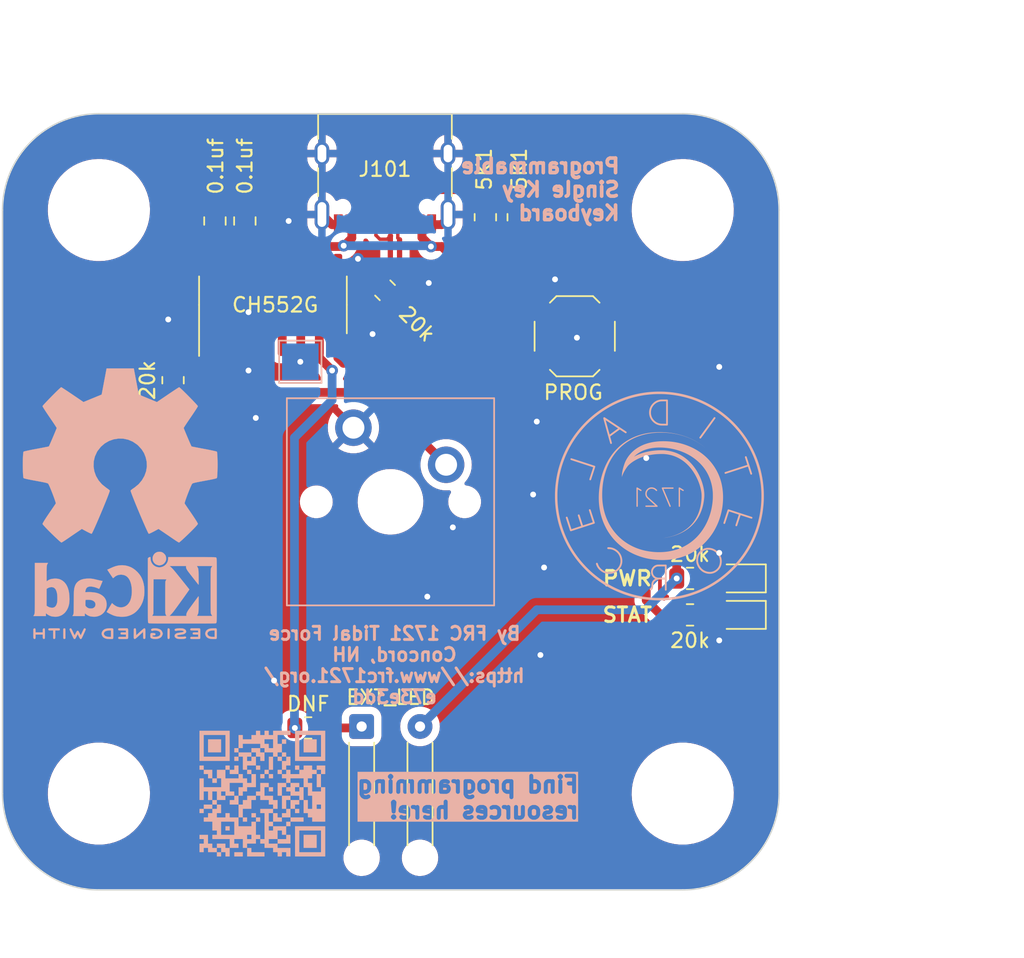
<source format=kicad_pcb>
(kicad_pcb (version 20221018) (generator pcbnew)
  (layers (0 "F.Cu" signal) (31 "B.Cu" signal) (34 "B.Paste" user) (35 "F.Paste" user) (36 "B.SilkS" user "B.Silkscreen") (37 "F.SilkS" user "F.Silkscreen") (38 "B.Mask" user) (39 "F.Mask" user) (44 "Edge.Cuts" user))
  (property "FULL_REVISION" "e73e3dd")
  (property "ISSUE" "2023-05-17")
  (property "REVISION" "e73e3dd")
  (net 0 "")
  (net 1 "GND")
  (net 2 "+5V")
  (net 3 "/USB-")
  (net 4 "/USB+")
  (net 5 "+3V3")
  (net 6 "Net-(D103-A)")
  (net 7 "Net-(D104-A)")
  (net 8 "Net-(J101-CC1)")
  (net 10 "Net-(J101-CC2)")
  (net 12 "Net-(R104-Pad1)")
  (net 13 "/STAT")
  (net 14 "/EXT")
  (net 16 "/RST")
  (net 22 "/SW_SENSE")
  (net 24 "Net-(J103-Pin_1)")
  (footprint "Resistor_SMD:R_0805_2012Metric" (layer "F.Cu") (at 192.5 95.25 180)
    (fp_text reference "R103" hide)
    (fp_text value "20k" (at 0 1.65) (layer "F.SilkS"))
    (pad "1" smd roundrect (at -0.9125 0 180) (size 1.025 1.4) (layers "F.Cu" "F.Paste" "F.Mask") (roundrect_rratio 0.243902) (net 7 "Net-(D104-A)"))
    (pad "2" smd roundrect (at 0.9125 0 180) (size 1.025 1.4) (layers "F.Cu" "F.Paste" "F.Mask") (roundrect_rratio 0.243902) (net 2 "+5V"))
  )
  (footprint "Resistor_SMD:R_0805_2012Metric" (layer "F.Cu") (at 157.08 81.6625 90)
    (fp_text reference "R105" hide)
    (fp_text value "20k" (at 0 -1.75 90) (layer "F.SilkS"))
    (pad "1" smd roundrect (at -0.9125 0 90) (size 1.025 1.4) (layers "F.Cu" "F.Paste" "F.Mask") (roundrect_rratio 0.243902) (net 22 "/SW_SENSE"))
    (pad "2" smd roundrect (at 0.9125 0 90) (size 1.025 1.4) (layers "F.Cu" "F.Paste" "F.Mask") (roundrect_rratio 0.243902) (net 2 "+5V"))
  )
  (footprint "Connector_Wire:SolderWire-0.15sqmm_1x02_P4mm_D0.5mm_OD1.5mm_Relief" (layer "F.Cu") (at 170 105.4)
    (fp_text reference "J103" hide)
    (fp_text value "EXT_LED" (at 2 -2) (layer "F.SilkS"))
    (pad "" np_thru_hole circle (at 0 9) (size 2 2) (drill 2) (layers "*.Cu" "*.Mask"))
    (pad "" np_thru_hole circle (at 4 9) (size 2 2) (drill 2) (layers "*.Cu" "*.Mask"))
    (pad "1" thru_hole roundrect (at 0 0) (size 1.7 1.7) (drill 0.7) (layers "*.Cu" "*.Mask") (roundrect_rratio 0.147059) (net 24 "Net-(J103-Pin_1)"))
    (pad "2" thru_hole circle (at 4 0) (size 1.7 1.7) (drill 0.7) (layers "*.Cu" "*.Mask") (net 2 "+5V"))
  )
  (footprint "LED_SMD:LED_0805_2012Metric" (layer "F.Cu") (at 196.0075 97.75 180)
    (fp_text reference "D103" hide)
    (fp_text value "STAT" (at 6.0075 0) (layer "F.SilkS" knockout) (effects (font (thickness 0.2) bold) (justify right)))
    (pad "1" smd roundrect (at -0.9375 0 180) (size 0.975 1.4) (layers "F.Cu" "F.Paste" "F.Mask") (net 1 "GND"))
    (pad "2" smd roundrect (at 0.9375 0 180) (size 0.975 1.4) (layers "F.Cu" "F.Paste" "F.Mask") (net 6 "Net-(D103-A)"))
  )
  (footprint "Resistor_SMD:R_0805_2012Metric" (layer "F.Cu") (at 171.604765 75.5 135)
    (fp_text reference "R104" hide)
    (fp_text value "20k" (at -3.178611 -0.07408 135) (layer "F.SilkS"))
    (pad "1" smd roundrect (at -0.9125 0 135) (size 1.025 1.4) (layers "F.Cu" "F.Paste" "F.Mask") (roundrect_rratio 0.243902) (net 12 "Net-(R104-Pad1)"))
    (pad "2" smd roundrect (at 0.9125 0 135) (size 1.025 1.4) (layers "F.Cu" "F.Paste" "F.Mask") (roundrect_rratio 0.243902) (net 4 "/USB+"))
  )
  (footprint "Capacitor_SMD:C_0805_2012Metric" (layer "F.Cu") (at 162 70.75 90)
    (fp_text reference "C104" hide)
    (fp_text value "0.1uf" (at 3.75 0 90) (layer "F.SilkS"))
    (pad "1" smd roundrect (at -0.95 0 90) (size 1 1.45) (layers "F.Cu" "F.Paste" "F.Mask") (net 2 "+5V"))
    (pad "2" smd roundrect (at 0.95 0 90) (size 1 1.45) (layers "F.Cu" "F.Paste" "F.Mask") (net 1 "GND"))
  )
  (footprint "Capacitor_SMD:C_0805_2012Metric" (layer "F.Cu") (at 159.95 70.75 90)
    (fp_text reference "C101" hide)
    (fp_text value "0.1uf" (at 3.75 0.05 90) (layer "F.SilkS"))
    (pad "1" smd roundrect (at -0.95 0 90) (size 1 1.45) (layers "F.Cu" "F.Paste" "F.Mask") (net 5 "+3V3"))
    (pad "2" smd roundrect (at 0.95 0 90) (size 1 1.45) (layers "F.Cu" "F.Paste" "F.Mask") (net 1 "GND"))
  )
  (footprint "Button_Switch_SMD:SW_SPST_TL3342" (layer "F.Cu") (at 184.6 78.65 180)
    (fp_text reference "SW102" hide)
    (fp_text value "PROG" (at 0.1 -3.85 180) (layer "F.SilkS"))
    (pad "1" smd rect (at -3.15 -1.9 180) (size 1.7 1) (layers "F.Cu" "F.Paste" "F.Mask") (net 12 "Net-(R104-Pad1)"))
    (pad "1" smd rect (at 3.15 -1.9 180) (size 1.7 1) (layers "F.Cu" "F.Paste" "F.Mask") (net 12 "Net-(R104-Pad1)"))
    (pad "2" smd rect (at -3.15 1.9 180) (size 1.7 1) (layers "F.Cu" "F.Paste" "F.Mask") (net 2 "+5V"))
    (pad "2" smd rect (at 3.15 1.9 180) (size 1.7 1) (layers "F.Cu" "F.Paste" "F.Mask") (net 2 "+5V"))
  )
  (footprint "LED_SMD:LED_0805_2012Metric" (layer "F.Cu") (at 196.0075 95.25 180)
    (fp_text reference "D104" hide)
    (fp_text value "PWR" (at 6.0075 0) (layer "F.SilkS" knockout) (effects (font (size 1 1.06) (thickness 0.2) bold) (justify right)))
    (pad "1" smd roundrect (at -0.9375 0 180) (size 0.975 1.4) (layers "F.Cu" "F.Paste" "F.Mask") (net 1 "GND"))
    (pad "2" smd roundrect (at 0.9375 0 180) (size 0.975 1.4) (layers "F.Cu" "F.Paste" "F.Mask") (net 7 "Net-(D104-A)"))
  )
  (footprint "Resistor_SMD:R_0805_2012Metric" (layer "F.Cu") (at 192.5 97.75 180)
    (fp_text reference "R106" hide)
    (fp_text value "20k" (at 0 -1.75) (layer "F.SilkS"))
    (pad "1" smd roundrect (at -0.9125 0 180) (size 1.025 1.4) (layers "F.Cu" "F.Paste" "F.Mask") (roundrect_rratio 0.243902) (net 6 "Net-(D103-A)"))
    (pad "2" smd roundrect (at 0.9125 0 180) (size 1.025 1.4) (layers "F.Cu" "F.Paste" "F.Mask") (roundrect_rratio 0.243902) (net 13 "/STAT"))
  )
  (footprint "Resistor_SMD:R_0805_2012Metric" (layer "F.Cu") (at 166.3375 105.5 180)
    (fp_text reference "R108" hide)
    (fp_text value "DNF" (at 0 1.65) (layer "F.SilkS"))
    (pad "1" smd roundrect (at -0.9125 0 180) (size 1.025 1.4) (layers "F.Cu" "F.Paste" "F.Mask") (roundrect_rratio 0.243902) (net 24 "Net-(J103-Pin_1)"))
    (pad "2" smd roundrect (at 0.9125 0 180) (size 1.025 1.4) (layers "F.Cu" "F.Paste" "F.Mask") (roundrect_rratio 0.243902) (net 14 "/EXT"))
  )
  (footprint "Resistor_SMD:R_0805_2012Metric" (layer "F.Cu") (at 178.478572 70.4925 90)
    (fp_text reference "R102" hide)
    (fp_text value "5K1" (at 3.2925 -0.078572 90) (layer "F.SilkS"))
    (pad "1" smd roundrect (at -0.9125 0 90) (size 1.025 1.4) (layers "F.Cu" "F.Paste" "F.Mask") (roundrect_rratio 0.243902) (net 1 "GND"))
    (pad "2" smd roundrect (at 0.9125 0 90) (size 1.025 1.4) (layers "F.Cu" "F.Paste" "F.Mask") (roundrect_rratio 0.243902) (net 8 "Net-(J101-CC1)"))
  )
  (footprint "Package_SO:SOP-16_3.9x9.9mm_P1.27mm" (layer "F.Cu") (at 163.925 76.5 90)
    (fp_text reference "U101" hide)
    (fp_text value "CH552G" (at 0 0.155 180) (layer "F.SilkS"))
    (pad "1" smd roundrect (at -2.5 -4.445 90) (size 2 0.6) (layers "F.Cu" "F.Paste" "F.Mask") (net 22 "/SW_SENSE"))
    (pad "2" smd roundrect (at -2.5 -3.175 90) (size 2 0.6) (layers "F.Cu" "F.Paste" "F.Mask"))
    (pad "3" smd roundrect (at -2.5 -1.905 90) (size 2 0.6) (layers "F.Cu" "F.Paste" "F.Mask"))
    (pad "4" smd roundrect (at -2.5 -0.635 90) (size 2 0.6) (layers "F.Cu" "F.Paste" "F.Mask"))
    (pad "5" smd roundrect (at -2.5 0.635 90) (size 2 0.6) (layers "F.Cu" "F.Paste" "F.Mask"))
    (pad "6" smd roundrect (at -2.5 1.905 90) (size 2 0.6) (layers "F.Cu" "F.Paste" "F.Mask") (net 16 "/RST"))
    (pad "7" smd roundrect (at -2.5 3.175 90) (size 2 0.6) (layers "F.Cu" "F.Paste" "F.Mask") (net 14 "/EXT"))
    (pad "8" smd roundrect (at -2.5 4.445 90) (size 2 0.6) (layers "F.Cu" "F.Paste" "F.Mask") (net 13 "/STAT"))
    (pad "9" smd roundrect (at 2.5 4.445 90) (size 2 0.6) (layers "F.Cu" "F.Paste" "F.Mask"))
    (pad "10" smd roundrect (at 2.5 3.175 90) (size 2 0.6) (layers "F.Cu" "F.Paste" "F.Mask"))
    (pad "11" smd roundrect (at 2.5 1.905 90) (size 2 0.6) (layers "F.Cu" "F.Paste" "F.Mask"))
    (pad "12" smd roundrect (at 2.5 0.635 90) (size 2 0.6) (layers "F.Cu" "F.Paste" "F.Mask") (net 4 "/USB+"))
    (pad "13" smd roundrect (at 2.5 -0.635 90) (size 2 0.6) (layers "F.Cu" "F.Paste" "F.Mask") (net 3 "/USB-"))
    (pad "14" smd roundrect (at 2.5 -1.905 90) (size 2 0.6) (layers "F.Cu" "F.Paste" "F.Mask") (net 1 "GND"))
    (pad "15" smd roundrect (at 2.5 -3.175 90) (size 2 0.6) (layers "F.Cu" "F.Paste" "F.Mask") (net 2 "+5V"))
    (pad "16" smd roundrect (at 2.5 -4.445 90) (size 2 0.6) (layers "F.Cu" "F.Paste" "F.Mask") (net 5 "+3V3"))
  )
  (footprint "Resistor_SMD:R_0805_2012Metric" (layer "F.Cu") (at 180.728572 70.4925 90)
    (fp_text reference "R101" hide)
    (fp_text value "5K1" (at 3.2925 0.071428 90) (layer "F.SilkS"))
    (pad "1" smd roundrect (at -0.9125 0 90) (size 1.025 1.4) (layers "F.Cu" "F.Paste" "F.Mask") (roundrect_rratio 0.243902) (net 1 "GND"))
    (pad "2" smd roundrect (at 0.9125 0 90) (size 1.025 1.4) (layers "F.Cu" "F.Paste" "F.Mask") (roundrect_rratio 0.243902) (net 10 "Net-(J101-CC2)"))
  )
  (footprint "Connector_USB:USB_C_Receptacle_XKB_U262-16XN-4BVC11" (layer "F.Cu") (at 171.6 67.2 180)
    (fp_text reference "J101" (at 0 0) (layer "F.SilkS"))
    (fp_text value "USBC")
    (pad "" np_thru_hole circle (at -2.89 -2.605 180) (size 0.65 0.65) (drill 0.65) (layers "*.Cu" "*.Mask"))
    (pad "" np_thru_hole circle (at 2.89 -2.605 180) (size 0.65 0.65) (drill 0.65) (layers "*.Cu" "*.Mask"))
    (pad "A1" smd rect (at -3.35 -3.67 180) (size 0.3 1.15) (layers "F.Cu" "F.Paste" "F.Mask") (net 1 "GND"))
    (pad "A4" smd rect (at -2.55 -3.67 180) (size 0.3 1.15) (layers "F.Cu" "F.Paste" "F.Mask") (net 2 "+5V"))
    (pad "A5" smd rect (at -1.25 -3.67 180) (size 0.3 1.15) (layers "F.Cu" "F.Paste" "F.Mask") (net 8 "Net-(J101-CC1)"))
    (pad "A6" smd rect (at -0.25 -3.67 180) (size 0.3 1.15) (layers "F.Cu" "F.Paste" "F.Mask") (net 4 "/USB+"))
    (pad "A7" smd rect (at 0.25 -3.67 180) (size 0.3 1.15) (layers "F.Cu" "F.Paste" "F.Mask") (net 3 "/USB-"))
    (pad "A8" smd rect (at 1.25 -3.67 180) (size 0.3 1.15) (layers "F.Cu" "F.Paste" "F.Mask"))
    (pad "A9" smd rect (at 2.55 -3.67 180) (size 0.3 1.15) (layers "F.Cu" "F.Paste" "F.Mask") (net 2 "+5V"))
    (pad "A12" smd rect (at 3.35 -3.67 180) (size 0.3 1.15) (layers "F.Cu" "F.Paste" "F.Mask") (net 1 "GND"))
    (pad "B1" smd rect (at 3.05 -3.67 180) (size 0.3 1.15) (layers "F.Cu" "F.Paste" "F.Mask") (net 1 "GND"))
    (pad "B4" smd rect (at 2.25 -3.67 180) (size 0.3 1.15) (layers "F.Cu" "F.Paste" "F.Mask") (net 2 "+5V"))
    (pad "B5" smd rect (at 1.75 -3.67 180) (size 0.3 1.15) (layers "F.Cu" "F.Paste" "F.Mask") (net 10 "Net-(J101-CC2)"))
    (pad "B6" smd rect (at 0.75 -3.67 180) (size 0.3 1.15) (layers "F.Cu" "F.Paste" "F.Mask") (net 4 "/USB+"))
    (pad "B7" smd rect (at -0.75 -3.67 180) (size 0.3 1.15) (layers "F.Cu" "F.Paste" "F.Mask") (net 3 "/USB-"))
    (pad "B8" smd rect (at -1.75 -3.67 180) (size 0.3 1.15) (layers "F.Cu" "F.Paste" "F.Mask"))
    (pad "B9" smd rect (at -2.25 -3.67 180) (size 0.3 1.15) (layers "F.Cu" "F.Paste" "F.Mask") (net 2 "+5V"))
    (pad "B12" smd rect (at -3.05 -3.67 180) (size 0.3 1.15) (layers "F.Cu" "F.Paste" "F.Mask") (net 1 "GND"))
    (pad "S1" thru_hole oval (at -4.32 -3.105 180) (size 1 2.1) (drill oval 0.6 1.7) (layers "*.Cu" "*.Mask") (net 1 "GND"))
    (pad "S1" thru_hole oval (at -4.32 1.075 180) (size 1 1.6) (drill oval 0.6 1.2) (layers "*.Cu" "*.Mask") (net 1 "GND"))
    (pad "S1" thru_hole oval (at 4.32 -3.105 180) (size 1 2.1) (drill oval 0.6 1.7) (layers "*.Cu" "*.Mask") (net 1 "GND"))
    (pad "S1" thru_hole oval (at 4.32 1.075 180) (size 1 1.6) (drill oval 0.6 1.2) (layers "*.Cu" "*.Mask") (net 1 "GND"))
  )
  (footprint "Misc:QRCODE" (layer "B.Cu") (at 163.2 110 180)
    (fp_text reference "G***" hide)
    (fp_text value "LOGO" hide)
  )
  (footprint "1721:TIDAL_FORCE_LOGO" (layer "B.Cu") (at 190.4 89.6 180)
    (fp_text reference "G***" hide)
    (fp_text value "LOGO" hide)
  )
  (footprint "Symbol:KiCad-Logo2_5mm_SilkScreen" (layer "B.Cu") (at 153.8 96.4 180)
    (fp_text reference "REF**" hide)
    (fp_text value "KiCad-Logo2_5mm_SilkScreen" hide)
  )
  (footprint "MountingHole:MountingHole_6.5mm" (layer "B.Cu") (at 152 70 180)
    (fp_text reference "H103" hide)
    (fp_text value "MountingHole" hide)
    (pad "" np_thru_hole circle (at 0 0 180) (size 6.5 6.5) (drill 6.5) (layers "*.Cu" "*.Mask"))
  )
  (footprint "MountingHole:MountingHole_6.5mm" (layer "B.Cu") (at 192 70 -90)
    (fp_text reference "H104" hide)
    (fp_text value "MountingHole" hide)
    (pad "" np_thru_hole circle (at 0 0 270) (size 6.5 6.5) (drill 6.5) (layers "*.Cu" "*.Mask"))
  )
  (footprint "MountingHole:MountingHole_6.5mm" (layer "B.Cu") (at 192 110 180)
    (fp_text reference "H101" hide)
    (fp_text value "MountingHole" hide)
    (pad "" np_thru_hole circle (at 0 0 180) (size 6.5 6.5) (drill 6.5) (layers "*.Cu" "*.Mask"))
  )
  (footprint "Symbol:OSHW-Symbol_13.4x12mm_SilkScreen" (layer "B.Cu") (at 153.478572 86.85 180)
    (fp_text reference "REF**" hide)
    (fp_text value "OSHW-Symbol_13.4x12mm_SilkScreen" hide)
  )
  (footprint "MountingHole:MountingHole_6.5mm" (layer "B.Cu") (at 152 110 180)
    (fp_text reference "H102" hide)
    (fp_text value "MountingHole" hide)
    (pad "" np_thru_hole circle (at 0 0 180) (size 6.5 6.5) (drill 6.5) (layers "*.Cu" "*.Mask"))
  )
  (footprint "Switch_Keyboard_Cherry_MX:SW_Cherry_MX_PCB" (layer "B.Cu") (at 171.978572 90 180)
    (fp_text reference "SW101" hide)
    (fp_text value "Switch")
    (pad "" np_thru_hole circle (at -5.08 0 180) (size 1.75 1.75) (drill 1.75) (layers "*.Cu" "*.Mask"))
    (pad "" np_thru_hole circle (at 0 0 180) (size 4 4) (drill 4) (layers "*.Cu" "*.Mask"))
    (pad "" np_thru_hole circle (at 5.08 0 180) (size 1.75 1.75) (drill 1.75) (layers "*.Cu" "*.Mask"))
    (pad "1" thru_hole circle (at -3.81 2.54 180) (size 2.5 2.5) (drill 1.5) (layers "*.Cu" "F.Mask") (net 22 "/SW_SENSE"))
    (pad "2" thru_hole circle (at 2.54 5.08 180) (size 2.5 2.5) (drill 1.5) (layers "*.Cu" "F.Mask") (net 1 "GND"))
  )
  (footprint "TestPoint:TestPoint_Pad_2.5x2.5mm" (layer "B.Cu") (at 165.8 80.4 180)
    (fp_text reference "TP101" hide)
    (fp_text value "TestPoint" hide)
    (pad "1" smd rect (at 0 0 180) (size 2.5 2.5) (layers "B.Cu" "B.Mask") (net 16 "/RST"))
  )
  (gr_arc (start 198.6 110) (mid 196.666905 114.666905) (end 192 116.6) (stroke (width 0.1)) (layer "Edge.Cuts"))
  (gr_line (start 145.4 70) (end 145.4 110) (stroke (width 0.1)) (layer "Edge.Cuts"))
  (gr_arc (start 192 63.4) (mid 196.666905 65.333095) (end 198.6 70) (stroke (width 0.1)) (layer "Edge.Cuts"))
  (gr_line (start 198.6 110) (end 198.6 70) (stroke (width 0.1)) (layer "Edge.Cuts"))
  (gr_line (start 192 63.4) (end 152 63.4) (stroke (width 0.1)) (layer "Edge.Cuts"))
  (gr_arc (start 152 116.6) (mid 147.333095 114.666905) (end 145.4 110) (stroke (width 0.1)) (layer "Edge.Cuts"))
  (gr_line (start 152 116.6) (end 192 116.6) (stroke (width 0.1)) (layer "Edge.Cuts"))
  (gr_arc (start 145.4 70) (mid 147.333095 65.333095) (end 152 63.4) (stroke (width 0.1)) (layer "Edge.Cuts"))
  (gr_text "By FRC 1721 Tidal Force\nConcord, NH\nhttps://www.frc1721.org/\n${FULL_REVISION}" (at 172.25 101.2) (layer "B.SilkS") (effects (font (size 0.9 0.9) (thickness 0.2)) (justify mirror)))
  (gr_text "Find programming \nresources here!" (at 185 111.8) (layer "B.SilkS" knockout) (effects (font (size 1.1 1.1) (thickness 0.275) bold) (justify left bottom mirror)))
  (gr_text "Programmable\nSingle Key \nKeyboard" (at 187.8 66.4) (layer "B.SilkS") (effects (font (size 1 1) (thickness 0.25) bold) (justify left top mirror)))
  (segment (start 168.378572 71) (end 167.973572 71) (width 0.6) (layer "F.Cu") (net 1))
  (segment (start 175.078572 71) (end 175.483572 71) (width 0.6) (layer "F.Cu") (net 1))
  (segment (start 167.973572 71) (end 167.408572 70.435) (width 0.6) (layer "F.Cu") (net 1))
  (segment (start 175.483572 71) (end 176.048572 70.435) (width 0.6) (layer "F.Cu") (net 1))
  (via (at 162.75 84.25) (size 0.8) (drill 0.4) (layers "F.Cu" "B.Cu") (net 1))
  (via (at 174.5 96.5) (size 0.8) (drill 0.4) (layers "F.Cu" "B.Cu") (net 1))
  (via (at 194.5 93.5) (size 0.8) (drill 0.4) (layers "F.Cu" "B.Cu") (net 1))
  (via (at 162.25 77) (size 0.8) (drill 0.4) (layers "F.Cu" "B.Cu") (net 1))
  (via (at 182.5 94.5) (size 0.8) (drill 0.4) (layers "F.Cu" "B.Cu") (net 1))
  (via (at 183.25 74.75) (size 0.8) (drill 0.4) (layers "F.Cu" "B.Cu") (net 1))
  (via (at 181.75 89.5) (size 0.8) (drill 0.4) (layers "F.Cu" "B.Cu") (net 1))
  (via (at 170.75 78.5) (size 0.8) (drill 0.4) (layers "F.Cu" "B.Cu") (net 1))
  (via (at 182 84.5) (size 0.8) (drill 0.4) (layers "F.Cu" "B.Cu") (net 1))
  (via (at 189.5 87) (size 0.8) (drill 0.4) (layers "F.Cu" "B.Cu") (net 1))
  (via (at 176.25 91.75) (size 0.8) (drill 0.4) (layers "F.Cu" "B.Cu") (net 1))
  (via (at 162.25 81) (size 0.8) (drill 0.4) (layers "F.Cu" "B.Cu") (net 1))
  (via (at 194.5 99.5) (size 0.8) (drill 0.4) (layers "F.Cu" "B.Cu") (net 1))
  (via (at 184.75 78.75) (size 0.8) (drill 0.4) (layers "F.Cu" "B.Cu") (net 1))
  (via (at 174.6 75) (size 0.8) (drill 0.4) (layers "F.Cu" "B.Cu") (net 1))
  (via (at 164 102.25) (size 0.8) (drill 0.4) (layers "F.Cu" "B.Cu") (net 1))
  (via (at 194.5 80.75) (size 0.8) (drill 0.4) (layers "F.Cu" "B.Cu") (net 1))
  (via (at 182.25 100.5) (size 0.8) (drill 0.4) (layers "F.Cu" "B.Cu") (net 1))
  (via (at 169.75 73.342929) (size 0.8) (drill 0.4) (layers "F.Cu" "B.Cu") (net 1))
  (via (at 156.75 77.5) (size 0.8) (drill 0.4) (layers "F.Cu" "B.Cu") (net 1))
  (via (at 165 70.75) (size 0.8) (drill 0.4) (layers "F.Cu" "B.Cu") (net 1))
  (segment (start 174.128572 71.878572) (end 174.128572 71.5) (width 0.6) (layer "F.Cu") (net 2))
  (segment (start 157.08 79.17) (end 160.75 75.5) (width 0.6) (layer "F.Cu") (net 2))
  (segment (start 173.978572 71) (end 173.978572 71.728572) (width 0.3) (layer "F.Cu") (net 2))
  (segment (start 191.5875 86.75) (end 191.5875 79.0875) (width 0.6) (layer "F.Cu") (net 2))
  (segment (start 175.5 72.5) (end 174.75 72.5) (width 0.6) (layer "F.Cu") (net 2))
  (segment (start 191.5875 79.0875) (end 189.25 76.75) (width 0.6) (layer "F.Cu") (net 2))
  (segment (start 179.75 76.75) (end 175.5 72.5) (width 0.6) (layer "F.Cu") (net 2))
  (segment (start 173.978572 71.728572) (end 174.128572 71.878572) (width 0.3) (layer "F.Cu") (net 2))
  (segment (start 160.75 75.5) (end 160.75 74) (width 0.6) (layer "F.Cu") (net 2))
  (segment (start 174.128572 71.878572) (end 174.278572 71.728572) (width 0.3) (layer "F.Cu") (net 2))
  (segment (start 173.978572 105.421428) (end 173.978572 105.425) (width 0.6) (layer "F.Cu") (net 2))
  (segment (start 157.08 80.75) (end 157.08 79.17) (width 0.6) (layer "F.Cu") (net 2))
  (segment (start 164 72.5) (end 168.75 72.5) (width 0.6) (layer "F.Cu") (net 2))
  (segment (start 174.75 72.5) (end 174.128572 71.878572) (width 0.6) (layer "F.Cu") (net 2))
  (segment (start 181.45 76.75) (end 179.75 76.75) (width 0.6) (layer "F.Cu") (net 2))
  (segment (start 181.45 76.75) (end 187.75 76.75) (width 0.6) (layer "F.Cu") (net 2))
  (segment (start 168.75 72.463446) (end 168.770017 72.443429) (width 0.6) (layer "F.Cu") (net 2))
  (segment (start 168.75 72.5) (end 168.75 72.463446) (width 0.6) (layer "F.Cu") (net 2))
  (segment (start 168.75 72.5) (end 169.328572 71.921428) (width 0.6) (layer "F.Cu") (net 2))
  (segment (start 163.2 71.7) (end 164 72.5) (width 0.6) (layer "F.Cu") (net 2))
  (segment (start 189.25 76.75) (end 187.75 76.75) (width 0.6) (layer "F.Cu") (net 2))
  (segment (start 191.5875 95.25) (end 191.5875 86.75) (width 0.6) (layer "F.Cu") (net 2))
  (segment (start 174.278572 71.728572) (end 174.278572 71) (width 0.3) (layer "F.Cu") (net 2))
  (segment (start 162 71.7) (end 163.2 71.7) (width 0.6) (layer "F.Cu") (net 2))
  (segment (start 191.5875 86.75) (end 191.5875 87.8125) (width 0.6) (layer "F.Cu") (net 2))
  (segment (start 161.73566 71.7) (end 160.75 72.68566) (width 0.6) (layer "F.Cu") (net 2))
  (segment (start 160.75 72.68566) (end 160.75 74) (width 0.6) (layer "F.Cu") (net 2))
  (segment (start 169.328572 71.921428) (end 169.328572 71) (width 0.6) (layer "F.Cu") (net 2))
  (via (at 168.770017 72.443429) (size 0.8) (drill 0.4) (layers "F.Cu" "B.Cu") (net 2))
  (via (at 174.75 72.5) (size 0.8) (drill 0.4) (layers "F.Cu" "B.Cu") (net 2))
  (via (at 191.5875 95.25) (size 0.8) (drill 0.4) (layers "F.Cu" "B.Cu") (net 2))
  (segment (start 191.5875 95.25) (end 189.4375 97.4) (width 0.6) (layer "B.Cu") (net 2))
  (segment (start 189.4375 97.4) (end 182 97.4) (width 0.6) (layer "B.Cu") (net 2))
  (segment (start 174.693429 72.443429) (end 174.75 72.5) (width 0.6) (layer "B.Cu") (net 2))
  (segment (start 168.770017 72.443429) (end 174.693429 72.443429) (width 0.6) (layer "B.Cu") (net 2))
  (segment (start 182 97.4) (end 174 105.4) (width 0.6) (layer "B.Cu") (net 2))
  (segment (start 171.75 70) (end 172.25 70) (width 0.23) (layer "F.Cu") (net 3))
  (segment (start 164.737676 76.683708) (end 163.609608 75.55564) (width 0.360923) (layer "F.Cu") (net 3))
  (segment (start 172.478572 70.228572) (end 172.478572 71) (width 0.23) (layer "F.Cu") (net 3))
  (segment (start 172.598595 72.033203) (end 172.478572 71.91318) (width 0.23) (layer "F.Cu") (net 3))
  (segment (start 163.609608 74.319608) (end 163.29 74) (width 0.360923) (layer "F.Cu") (net 3))
  (segment (start 172.25 70) (end 172.478572 70.228572) (width 0.23) (layer "F.Cu") (net 3))
  (segment (start 171.478572 71) (end 171.478572 70.271428) (width 0.23) (layer "F.Cu") (net 3))
  (segment (start 172.478572 71.91318) (end 172.478572 71) (width 0.23) (layer "F.Cu") (net 3))
  (segment (start 171.478572 70.271428) (end 171.75 70) (width 0.23) (layer "F.Cu") (net 3))
  (segment (start 172.598595 74.597437) (end 170.512324 76.683708) (width 0.360923) (layer "F.Cu") (net 3))
  (segment (start 170.512324 76.683708) (end 164.737676 76.683708) (width 0.360923) (layer "F.Cu") (net 3))
  (segment (start 163.609608 75.55564) (end 163.609608 74.319608) (width 0.360923) (layer "F.Cu") (net 3))
  (segment (start 172.598595 72.033203) (end 172.598595 74.597437) (width 0.360923) (layer "F.Cu") (net 3))
  (segment (start 171.25 75.053968) (end 171.026984 75.276984) (width 0.23) (layer "F.Cu") (net 4))
  (segment (start 164.56 74) (end 164.240392 74.319608) (width 0.360923) (layer "F.Cu") (net 4))
  (segment (start 164.998956 76.052924) (end 170.251044 76.052924) (width 0.360923) (layer "F.Cu") (net 4))
  (segment (start 164.240392 75.29436) (end 164.998956 76.052924) (width 0.360923) (layer "F.Cu") (net 4))
  (segment (start 171.026984 75.276984) (end 171.967811 74.336157) (width 0.360923) (layer "F.Cu") (net 4))
  (segment (start 171.25 72) (end 170.978572 71.728572) (width 0.23) (layer "F.Cu") (net 4))
  (segment (start 171.75 72) (end 171.25 72) (width 0.23) (layer "F.Cu") (net 4))
  (segment (start 171.978572 71) (end 171.978572 71.771428) (width 0.23) (layer "F.Cu") (net 4))
  (segment (start 164.240392 74.319608) (end 164.240392 75.29436) (width 0.360923) (layer "F.Cu") (net 4))
  (segment (start 171.967811 71.782189) (end 171.978572 71.771428) (width 0.360923) (layer "F.Cu") (net 4))
  (segment (start 171.978572 71.771428) (end 171.75 72) (width 0.23) (layer "F.Cu") (net 4))
  (segment (start 171.967811 74.336157) (end 171.967811 71.782189) (width 0.360923) (layer "F.Cu") (net 4))
  (segment (start 170.251044 76.052924) (end 171.026984 75.276984) (width 0.360923) (layer "F.Cu") (net 4))
  (segment (start 170.978572 71.728572) (end 170.978572 71) (width 0.23) (layer "F.Cu") (net 4))
  (segment (start 159.95 72.3) (end 159.95 71.7) (width 0.6) (layer "F.Cu") (net 5))
  (segment (start 159.48 74) (end 159.48 72.77) (width 0.6) (layer "F.Cu") (net 5))
  (segment (start 159.48 72.77) (end 159.95 72.3) (width 0.6) (layer "F.Cu") (net 5))
  (segment (start 193.4125 97.75) (end 195.07 97.75) (width 0.6) (layer "F.Cu") (net 6))
  (segment (start 193.4125 95.25) (end 195.07 95.25) (width 0.6) (layer "F.Cu") (net 7))
  (segment (start 177.648572 68.75) (end 178.478572 69.58) (width 0.3) (layer "F.Cu") (net 8))
  (segment (start 174 68.75) (end 177.648572 68.75) (width 0.3) (layer "F.Cu") (net 8))
  (segment (start 172.978572 69.771428) (end 174 68.75) (width 0.3) (layer "F.Cu") (net 8))
  (segment (start 172.978572 71) (end 172.978572 69.771428) (width 0.3) (layer "F.Cu") (net 8))
  (segment (start 172 68.25) (end 179.398572 68.25) (width 0.3) (layer "F.Cu") (net 10))
  (segment (start 169.978572 70.271428) (end 172 68.25) (width 0.3) (layer "F.Cu") (net 10))
  (segment (start 169.978572 71) (end 169.978572 70.271428) (width 0.3) (layer "F.Cu") (net 10))
  (segment (start 179.398572 68.25) (end 180.728572 69.58) (width 0.3) (layer "F.Cu") (net 10))
  (segment (start 181.45 80.55) (end 187.75 80.55) (width 0.6) (layer "F.Cu") (net 12))
  (segment (start 180.55 80.55) (end 181.45 80.55) (width 0.6) (layer "F.Cu") (net 12))
  (segment (start 172.25 76.145235) (end 176.145235 76.145235) (width 0.6) (layer "F.Cu") (net 12))
  (segment (start 176.145235 76.145235) (end 180.55 80.55) (width 0.6) (layer "F.Cu") (net 12))
  (segment (start 168.37 80.12) (end 168.37 79) (width 0.6) (layer "F.Cu") (net 13))
  (segment (start 189.5 96.75) (end 190.5 97.75) (width 0.6) (layer "F.Cu") (net 13))
  (segment (start 186.25 91.25) (end 175.5 80.5) (width 0.6) (layer "F.Cu") (net 13))
  (segment (start 175.5 80.5) (end 168.75 80.5) (width 0.6) (layer "F.Cu") (net 13))
  (segment (start 168.75 80.5) (end 168.37 80.12) (width 0.6) (layer "F.Cu") (net 13))
  (segment (start 190.5 97.75) (end 191.5875 97.75) (width 0.6) (layer "F.Cu") (net 13))
  (segment (start 186.25 91.25) (end 189.5 94.5) (width 0.6) (layer "F.Cu") (net 13))
  (segment (start 189.5 94.5) (end 189.5 96.75) (width 0.6) (layer "F.Cu") (net 13))
  (segment (start 167.97672 80.998807) (end 167.1 80.122087) (width 0.6) (layer "F.Cu") (net 14))
  (segment (start 167.1 80.122087) (end 167.1 79) (width 0.6) (layer "F.Cu") (net 14))
  (via (at 167.97672 80.998807) (size 0.8) (drill 0.4) (layers "F.Cu" "B.Cu") (net 14))
  (via (at 165.425 105.5) (size 0.8) (drill 0.4) (layers "F.Cu" "B.Cu") (net 14))
  (segment (start 165.4 85.6) (end 165.4 105.475) (width 0.6) (layer "B.Cu") (net 14))
  (segment (start 167.97672 83.02328) (end 165.4 85.6) (width 0.6) (layer "B.Cu") (net 14))
  (segment (start 167.97672 80.998807) (end 167.97672 83.02328) (width 0.6) (layer "B.Cu") (net 14))
  (segment (start 165.4 105.475) (end 165.425 105.5) (width 0.6) (layer "B.Cu") (net 14))
  (segment (start 165.83 80.37) (end 165.8 80.4) (width 0.25) (layer "F.Cu") (net 16))
  (segment (start 165.83 79) (end 165.83 80.37) (width 0.25) (layer "F.Cu") (net 16))
  (via (at 165.8 80.4) (size 0.8) (drill 0.4) (layers "F.Cu" "B.Cu") (net 16))
  (segment (start 170.828572 82.5) (end 175.788572 87.46) (width 0.6) (layer "F.Cu") (net 22))
  (segment (start 157.08 82.575) (end 158.425 82.575) (width 0.6) (layer "F.Cu") (net 22))
  (segment (start 160.46 82.5) (end 170.828572 82.5) (width 0.6) (layer "F.Cu") (net 22))
  (segment (start 159.48 81.52) (end 160.46 82.5) (width 0.6) (layer "F.Cu") (net 22))
  (segment (start 158.425 82.575) (end 159.48 81.52) (width 0.6) (layer "F.Cu") (net 22))
  (segment (start 159.48 81.52) (end 159.48 79) (width 0.6) (layer "F.Cu") (net 22))
  (segment (start 169.9 105.5) (end 170 105.4) (width 0.6) (layer "F.Cu") (net 24))
  (segment (start 167.25 105.5) (end 169.9 105.5) (width 0.6) (layer "F.Cu") (net 24))
  (zone (net 1) (net_name "GND") (layers "F&B.Cu") (connect_pads (clearance 0.508)) (min_thickness 0.254) (fill yes (thermal_gap 0.508) (thermal_bridge_width 0.508))
    (polygon (pts (xy 145.4 63.4) (xy 145.4 116.6) (xy 198.6 116.6) (xy 198.6 63.4)))
  )
)
</source>
